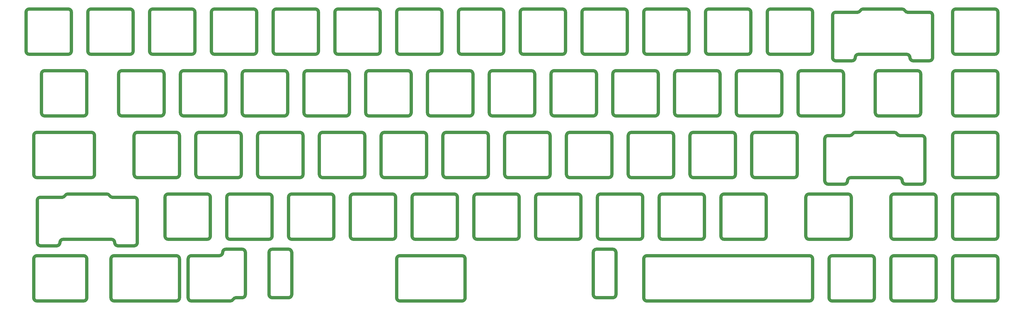
<source format=gbr>
%TF.GenerationSoftware,KiCad,Pcbnew,(5.1.9)-1*%
%TF.CreationDate,2021-02-08T20:19:01+01:00*%
%TF.ProjectId,P.02_ANSI,502e3032-5f41-44e5-9349-2e6b69636164,rev?*%
%TF.SameCoordinates,Original*%
%TF.FileFunction,Soldermask,Bot*%
%TF.FilePolarity,Negative*%
%FSLAX46Y46*%
G04 Gerber Fmt 4.6, Leading zero omitted, Abs format (unit mm)*
G04 Created by KiCad (PCBNEW (5.1.9)-1) date 2021-02-08 20:19:01*
%MOMM*%
%LPD*%
G01*
G04 APERTURE LIST*
%ADD10C,1.000000*%
G04 APERTURE END LIST*
D10*
X43933305Y-77530573D02*
G75*
G02*
X42933276Y-78530546I-1000001J28D01*
G01*
X30933669Y-64530195D02*
X42933676Y-64530538D01*
X57220094Y-102630968D02*
G75*
G02*
X58220066Y-103630996I-28J-1000000D01*
G01*
X30933269Y-78530203D02*
G75*
G02*
X29933297Y-77530173I29J1000001D01*
G01*
X42933676Y-64530537D02*
G75*
G02*
X43933648Y-65530567I-29J-1000001D01*
G01*
X45220088Y-102630624D02*
X57220094Y-102630967D01*
X42933276Y-78530546D02*
X30933269Y-78530202D01*
X43933648Y-65530567D02*
X43933305Y-77530574D01*
X29933297Y-77530173D02*
X29933640Y-65530167D01*
X44219716Y-115630602D02*
X44220059Y-103630596D01*
X44220059Y-103630595D02*
G75*
G02*
X45220088Y-102630624I1000000J-29D01*
G01*
X29933641Y-65530167D02*
G75*
G02*
X30933669Y-64530195I1000000J-28D01*
G01*
X-5652230Y-103129170D02*
G75*
G02*
X-6518270Y-103629145I-866011J500025D01*
G01*
X123895275Y-97582870D02*
X111895268Y-97582527D01*
X229663953Y-84585887D02*
X236369906Y-84586079D01*
X261922281Y-47486789D02*
X261921910Y-60486796D01*
X258539540Y-99586721D02*
X253539537Y-99586578D01*
X124895647Y-84582892D02*
X124895304Y-96582898D01*
X253921934Y-59486566D02*
G75*
G02*
X254921906Y-60486596I-29J-1000001D01*
G01*
X252484333Y-45486518D02*
G75*
G02*
X253350345Y-45986543I-28J-1000001D01*
G01*
X123895675Y-83582862D02*
G75*
G02*
X124895647Y-84582892I-29J-1000001D01*
G01*
X235663556Y-98586067D02*
G75*
G02*
X234663527Y-99586038I-1000000J29D01*
G01*
X237235947Y-84086104D02*
G75*
G02*
X236369906Y-84586079I-866012J500026D01*
G01*
X240484327Y-45486175D02*
X252484333Y-45486519D01*
X8945840Y-103629587D02*
X15651793Y-103629779D01*
X260922309Y-46486761D02*
G75*
G02*
X261922281Y-47486789I-28J-1000000D01*
G01*
X259539570Y-98586749D02*
G75*
G02*
X258539540Y-99586721I-1000001J29D01*
G01*
X238101987Y-83586128D02*
X250101993Y-83586471D01*
X232045866Y-61485943D02*
G75*
G02*
X231045893Y-60485914I28J1000001D01*
G01*
X255921878Y-61486626D02*
G75*
G02*
X254921906Y-60486596I29J1000001D01*
G01*
X251539594Y-97586519D02*
X236663585Y-97586094D01*
X251834015Y-84586520D02*
X258539969Y-84586713D01*
X232046294Y-46485935D02*
X238752246Y-46486126D01*
X231046265Y-47485906D02*
G75*
G02*
X232046294Y-46485935I1000000J-29D01*
G01*
X237045868Y-61486086D02*
X232045865Y-61485943D01*
X-14224251Y-104628925D02*
G75*
G02*
X-13224222Y-103628954I1000000J-29D01*
G01*
X8651417Y-116629586D02*
G75*
G02*
X9651390Y-117629615I-28J-1000001D01*
G01*
X-7224619Y-117629132D02*
G75*
G02*
X-8224648Y-118629105I-1000001J28D01*
G01*
X228663924Y-85585860D02*
G75*
G02*
X229663953Y-84585887I1000001J-28D01*
G01*
X15651364Y-118629787D02*
X10651362Y-118629644D01*
X-7224619Y-117629132D02*
G75*
G02*
X-6224590Y-116629161I1000000J-29D01*
G01*
X7213817Y-102629538D02*
G75*
G02*
X8079828Y-103129562I-28J-1000000D01*
G01*
X251834016Y-84586521D02*
G75*
G02*
X250968004Y-84086496I28J1000001D01*
G01*
X58219724Y-115631003D02*
G75*
G02*
X57219694Y-116630975I-1000001J29D01*
G01*
X124895303Y-96582898D02*
G75*
G02*
X123895275Y-97582870I-1000000J28D01*
G01*
X239618286Y-45986150D02*
G75*
G02*
X240484327Y-45486175I866012J-500026D01*
G01*
X45219687Y-116630631D02*
G75*
G02*
X44219716Y-115630602I29J1000000D01*
G01*
X239618286Y-45986151D02*
G75*
G02*
X238752246Y-46486126I-866011J500025D01*
G01*
X253921934Y-59486567D02*
X239045926Y-59486142D01*
X251539594Y-97586520D02*
G75*
G02*
X252539565Y-98586549I-29J-1000000D01*
G01*
X234663527Y-99586038D02*
X229663525Y-99585895D01*
X250101993Y-83586471D02*
G75*
G02*
X250968004Y-84086496I-29J-1000000D01*
G01*
X238045897Y-60486113D02*
G75*
G02*
X239045926Y-59486142I1000000J-29D01*
G01*
X260921881Y-61486768D02*
X255921878Y-61486625D01*
X57219694Y-116630975D02*
X45219688Y-116630631D01*
X58220066Y-103630996D02*
X58219723Y-115631003D01*
X259539941Y-85586742D02*
X259539569Y-98586749D01*
X231045893Y-60485914D02*
X231046265Y-47485907D01*
X237235947Y-84086103D02*
G75*
G02*
X238101987Y-83586128I866011J-500025D01*
G01*
X110895640Y-84582492D02*
G75*
G02*
X111895668Y-83582520I1000000J-28D01*
G01*
X254216356Y-46486568D02*
X260922309Y-46486760D01*
X111895668Y-83582520D02*
X123895675Y-83582863D01*
X238045897Y-60486113D02*
G75*
G02*
X237045868Y-61486086I-1000001J28D01*
G01*
X261921909Y-60486796D02*
G75*
G02*
X260921881Y-61486768I-1000000J28D01*
G01*
X235663556Y-98586067D02*
G75*
G02*
X236663585Y-97586094I1000001J-28D01*
G01*
X253539538Y-99586578D02*
G75*
G02*
X252539565Y-98586549I28J1000001D01*
G01*
X8651418Y-116629586D02*
X-6224590Y-116629161D01*
X16651765Y-104629808D02*
X16651394Y-117629815D01*
X258539969Y-84586712D02*
G75*
G02*
X259539941Y-85586742I-29J-1000001D01*
G01*
X228663553Y-98585866D02*
X228663924Y-85585859D01*
X-13224651Y-118628961D02*
G75*
G02*
X-14224623Y-117628933I28J1000000D01*
G01*
X254216355Y-46486567D02*
G75*
G02*
X253350345Y-45986543I29J999999D01*
G01*
X110895296Y-96582498D02*
X110895639Y-84582492D01*
X111895268Y-97582528D02*
G75*
G02*
X110895296Y-96582498I29J1000001D01*
G01*
X8945839Y-103629587D02*
G75*
G02*
X8079828Y-103129562I29J1000000D01*
G01*
X-5652230Y-103129169D02*
G75*
G02*
X-4786189Y-102629194I866012J-500026D01*
G01*
X269057853Y-97587021D02*
G75*
G02*
X268057881Y-96586991I29J1000001D01*
G01*
X281056770Y-135687384D02*
X269056764Y-135687041D01*
X249006782Y-134686467D02*
X249007125Y-122686461D01*
X10883629Y-65529622D02*
G75*
G02*
X11883659Y-64529650I1000001J-29D01*
G01*
X-4786189Y-102629194D02*
X7213817Y-102629537D01*
X48983307Y-77530718D02*
X48983650Y-65530711D01*
X40459218Y-45480457D02*
X52459226Y-45480800D01*
X269058253Y-83587013D02*
X281058260Y-83587356D01*
X249007125Y-122686460D02*
G75*
G02*
X250007154Y-121686489I1000000J-29D01*
G01*
X262007161Y-121686832D02*
G75*
G02*
X263007132Y-122686861I-29J-1000000D01*
G01*
X-13224222Y-103628954D02*
X-6518270Y-103629145D01*
X281057859Y-97587363D02*
X269057853Y-97587020D01*
X11883659Y-64529650D02*
X23883666Y-64529993D01*
X221433371Y-78535648D02*
G75*
G02*
X220433400Y-77535619I29J1000000D01*
G01*
X49983680Y-64530739D02*
X61983686Y-64531083D01*
X282057888Y-96587392D02*
G75*
G02*
X281057859Y-97587363I-1000000J29D01*
G01*
X250007154Y-121686489D02*
X262007160Y-121686832D01*
X263007132Y-122686861D02*
X263006789Y-134686867D01*
X16651393Y-117629816D02*
G75*
G02*
X15651364Y-118629787I-1000000J29D01*
G01*
X11883259Y-78529657D02*
G75*
G02*
X10883287Y-77529629I28J1000000D01*
G01*
X-8224648Y-118629105D02*
X-13224651Y-118628962D01*
X53458855Y-58480836D02*
G75*
G02*
X52458825Y-59480808I-1000001J29D01*
G01*
X-14224623Y-117628933D02*
X-14224251Y-104628926D01*
X23883665Y-64529994D02*
G75*
G02*
X24883637Y-65530022I-28J-1000000D01*
G01*
X48983650Y-65530711D02*
G75*
G02*
X49983680Y-64530739I1000001J-29D01*
G01*
X62983314Y-77531118D02*
G75*
G02*
X61983286Y-78531090I-1000000J28D01*
G01*
X39458846Y-58480435D02*
X39459189Y-46480429D01*
X268057881Y-96586991D02*
X268058224Y-84586985D01*
X250006753Y-135686496D02*
G75*
G02*
X249006782Y-134686467I29J1000000D01*
G01*
X52459225Y-45480801D02*
G75*
G02*
X53459197Y-46480829I-28J-1000000D01*
G01*
X24883637Y-65530022D02*
X24883294Y-77530029D01*
X234433751Y-65536013D02*
X234433407Y-77536020D01*
X49983279Y-78530748D02*
G75*
G02*
X48983307Y-77530718I29J1000001D01*
G01*
X234433408Y-77536020D02*
G75*
G02*
X233433378Y-78535992I-1000001J29D01*
G01*
X61983286Y-78531090D02*
X49983279Y-78530747D01*
X221433772Y-64535641D02*
X233433779Y-64535984D01*
X62983658Y-65531112D02*
X62983315Y-77531118D01*
X52458825Y-59480808D02*
X40458818Y-59480464D01*
X61983686Y-64531082D02*
G75*
G02*
X62983658Y-65531112I-29J-1000001D01*
G01*
X282058232Y-84587385D02*
X282057889Y-96587391D01*
X281057170Y-121687377D02*
G75*
G02*
X282057142Y-122687405I-28J-1000000D01*
G01*
X77558867Y-58481525D02*
X77559210Y-46481518D01*
X262006760Y-135686839D02*
X250006753Y-135686496D01*
X233433378Y-78535992D02*
X221433372Y-78535648D01*
X39459189Y-46480428D02*
G75*
G02*
X40459218Y-45480457I1000000J-29D01*
G01*
X281058260Y-83587355D02*
G75*
G02*
X282058232Y-84587385I-29J-1000001D01*
G01*
X268058225Y-84586985D02*
G75*
G02*
X269058253Y-83587013I1000000J-28D01*
G01*
X269056764Y-135687040D02*
G75*
G02*
X268056792Y-134687012I28J1000000D01*
G01*
X282057142Y-122687405D02*
X282056799Y-134687412D01*
X53459197Y-46480829D02*
X53458854Y-58480836D01*
X268056792Y-134687012D02*
X268057135Y-122687005D01*
X10883287Y-77529629D02*
X10883630Y-65529622D01*
X23883265Y-78530001D02*
X11883259Y-78529658D01*
X24883295Y-77530029D02*
G75*
G02*
X23883265Y-78530001I-1000001J29D01*
G01*
X220433744Y-65535613D02*
G75*
G02*
X221433772Y-64535641I1000000J-28D01*
G01*
X40458817Y-59480464D02*
G75*
G02*
X39458846Y-58480435I29J1000000D01*
G01*
X269057164Y-121687033D02*
X281057170Y-121687376D01*
X263006789Y-134686868D02*
G75*
G02*
X262006760Y-135686839I-1000000J29D01*
G01*
X268057134Y-122687005D02*
G75*
G02*
X269057164Y-121687033I1000001J-29D01*
G01*
X282056800Y-134687412D02*
G75*
G02*
X281056770Y-135687384I-1000001J29D01*
G01*
X10651361Y-118629644D02*
G75*
G02*
X9651390Y-117629615I29J1000000D01*
G01*
X220433400Y-77535619D02*
X220433743Y-65535613D01*
X15651793Y-103629780D02*
G75*
G02*
X16651765Y-104629808I-28J-1000000D01*
G01*
X233433778Y-64535984D02*
G75*
G02*
X234433751Y-65536013I-28J-1000001D01*
G01*
X-15310678Y-84578884D02*
G75*
G02*
X-14310650Y-83578912I1000000J-28D01*
G01*
X192858901Y-59484822D02*
G75*
G02*
X191858929Y-58484792I29J1000001D01*
G01*
X-15311022Y-96578890D02*
X-15310679Y-84578884D01*
X214383768Y-64535440D02*
G75*
G02*
X215383740Y-65535468I-28J-1000000D01*
G01*
X162995667Y-84583981D02*
X162995324Y-96583988D01*
X63269726Y-115631147D02*
X63270069Y-103631140D01*
X148995660Y-84583580D02*
G75*
G02*
X149995689Y-83583609I1000000J-29D01*
G01*
X85795655Y-83581774D02*
G75*
G02*
X86795626Y-84581803I-29J-1000000D01*
G01*
X192859301Y-45484814D02*
X204859308Y-45485157D01*
X204858908Y-59485164D02*
X192858901Y-59484821D01*
X201383390Y-77535075D02*
X201383733Y-65535068D01*
X205859280Y-46485186D02*
X205858937Y-58485192D01*
X204859308Y-45485156D02*
G75*
G02*
X205859280Y-46485186I-29J-1000001D01*
G01*
X33313287Y-121680294D02*
X41957041Y-121680541D01*
X3451489Y-96579427D02*
G75*
G02*
X2451459Y-97579399I-1000001J29D01*
G01*
X149995689Y-83583609D02*
X161995695Y-83583952D01*
X3451831Y-84579420D02*
X3451488Y-96579427D01*
X73795247Y-97581438D02*
G75*
G02*
X72795276Y-96581409I29J1000000D01*
G01*
X215383398Y-77535475D02*
G75*
G02*
X214383368Y-78535447I-1000001J29D01*
G01*
X148995317Y-96583587D02*
X148995660Y-84583581D01*
X202383362Y-78535103D02*
G75*
G02*
X201383390Y-77535075I28J1000000D01*
G01*
X2451459Y-97579399D02*
X-14311050Y-97578919D01*
X149995288Y-97583616D02*
G75*
G02*
X148995317Y-96583587I29J1000000D01*
G01*
X214383368Y-78535447D02*
X202383362Y-78535104D01*
X78558840Y-59481554D02*
G75*
G02*
X77558867Y-58481525I28J1000001D01*
G01*
X91559218Y-46481918D02*
X91558875Y-58481925D01*
X77559210Y-46481518D02*
G75*
G02*
X78559240Y-45481546I1000001J-29D01*
G01*
X81033696Y-64531628D02*
G75*
G02*
X82033668Y-65531656I-28J-1000000D01*
G01*
X68033318Y-77531263D02*
X68033661Y-65531256D01*
X76270104Y-102631510D02*
G75*
G02*
X77270077Y-103631541I-29J-1000002D01*
G01*
X191859273Y-46484786D02*
G75*
G02*
X192859301Y-45484814I1000000J-28D01*
G01*
X90558846Y-59481897D02*
X78558839Y-59481554D01*
X91558875Y-58481924D02*
G75*
G02*
X90558846Y-59481897I-1000001J28D01*
G01*
X90559246Y-45481890D02*
G75*
G02*
X91559218Y-46481918I-28J-1000000D01*
G01*
X82033326Y-77531663D02*
G75*
G02*
X81033296Y-78531635I-1000001J29D01*
G01*
X76269703Y-116631519D02*
X64269698Y-116631176D01*
X78559240Y-45481546D02*
X90559246Y-45481889D01*
X86795283Y-96581810D02*
G75*
G02*
X85795254Y-97581781I-1000000J29D01*
G01*
X69033290Y-78531291D02*
G75*
G02*
X68033318Y-77531263I28J1000000D01*
G01*
X81033296Y-78531635D02*
X69033290Y-78531292D01*
X2451860Y-83579391D02*
G75*
G02*
X3451831Y-84579420I-29J-1000000D01*
G01*
X162995325Y-96583988D02*
G75*
G02*
X161995295Y-97583960I-1000001J29D01*
G01*
X-14311050Y-97578920D02*
G75*
G02*
X-15311022Y-96578890I29J1000001D01*
G01*
X64270098Y-102631169D02*
X76270104Y-102631512D01*
X63270070Y-103631141D02*
G75*
G02*
X64270098Y-102631169I1000000J-28D01*
G01*
X161995695Y-83583953D02*
G75*
G02*
X162995667Y-84583981I-28J-1000000D01*
G01*
X86795626Y-84581803D02*
X86795283Y-96581809D01*
X201383732Y-65535068D02*
G75*
G02*
X202383762Y-64535096I1000001J-29D01*
G01*
X215383740Y-65535468D02*
X215383397Y-77535475D01*
X205858936Y-58485192D02*
G75*
G02*
X204858908Y-59485164I-1000000J28D01*
G01*
X72795276Y-96581409D02*
X72795619Y-84581402D01*
X85795254Y-97581781D02*
X73795248Y-97581438D01*
X73795648Y-83581431D02*
X85795654Y-83581774D01*
X182333379Y-77534530D02*
X182333722Y-65534524D01*
X33312886Y-135680301D02*
G75*
G02*
X32312915Y-134680272I29J1000000D01*
G01*
X68033660Y-65531256D02*
G75*
G02*
X69033690Y-64531284I1000001J-29D01*
G01*
X161995295Y-97583960D02*
X149995289Y-97583616D01*
X72795619Y-84581402D02*
G75*
G02*
X73795648Y-83581431I1000000J-29D01*
G01*
X64269697Y-116631176D02*
G75*
G02*
X63269726Y-115631147I29J1000000D01*
G01*
X202383762Y-64535096D02*
X214383768Y-64535439D01*
X191858929Y-58484792D02*
X191859272Y-46484786D01*
X82033668Y-65531656D02*
X82033325Y-77531663D01*
X69033690Y-64531284D02*
X81033696Y-64531627D01*
X-14310650Y-83578912D02*
X2451859Y-83579391D01*
X235813941Y-102636072D02*
G75*
G02*
X236813913Y-103636102I-29J-1000001D01*
G01*
X115658888Y-58482614D02*
X115659231Y-46482607D01*
X281059348Y-45487335D02*
G75*
G02*
X282059321Y-46487364I-28J-1000001D01*
G01*
X268059313Y-46486965D02*
G75*
G02*
X269059342Y-45486992I1000001J-28D01*
G01*
X16645617Y-83579797D02*
X28645623Y-83580140D01*
X222813906Y-103635702D02*
G75*
G02*
X223813934Y-102635730I1000000J-28D01*
G01*
X222813562Y-115635708D02*
X222813905Y-103635702D01*
X236813569Y-115636109D02*
G75*
G02*
X235813540Y-116636080I-1000000J29D01*
G01*
X172809261Y-46484241D02*
G75*
G02*
X173809291Y-45484269I1000001J-29D01*
G01*
X116659260Y-45482635D02*
X128659267Y-45482978D01*
X281058949Y-59487343D02*
X269058942Y-59487000D01*
X15645245Y-96579775D02*
X15645588Y-84579769D01*
X128658866Y-59482986D02*
X116658860Y-59482643D01*
X115659231Y-46482608D02*
G75*
G02*
X116659260Y-45482635I1000001J-28D01*
G01*
X28645223Y-97580147D02*
X16645217Y-97579804D01*
X268058970Y-58486971D02*
X268059313Y-46486964D01*
X140470139Y-102633347D02*
X152470146Y-102633690D01*
X129658896Y-58483014D02*
G75*
G02*
X128658866Y-59482986I-1000001J29D01*
G01*
X183333351Y-78534560D02*
G75*
G02*
X182333379Y-77534530I29J1000001D01*
G01*
X195333358Y-78534902D02*
X183333351Y-78534559D01*
X69519Y-121679343D02*
G75*
G02*
X1069491Y-122679373I-29J-1000001D01*
G01*
X196333386Y-77534930D02*
G75*
G02*
X195333358Y-78534902I-1000000J28D01*
G01*
X69119Y-135679351D02*
X-14312139Y-135678940D01*
X15645588Y-84579768D02*
G75*
G02*
X16645617Y-83579797I1000000J-29D01*
G01*
X236813913Y-103636102D02*
X236813570Y-115636108D01*
X46178933Y-135180669D02*
G75*
G02*
X45312893Y-135680644I-866011J500025D01*
G01*
X172808919Y-58484248D02*
X172809262Y-46484241D01*
X48957103Y-119680740D02*
G75*
G02*
X49957074Y-120680769I-29J-1000000D01*
G01*
X186809269Y-46484641D02*
X186808926Y-58484648D01*
X282059321Y-46487364D02*
X282058978Y-58487371D01*
X28645624Y-83580140D02*
G75*
G02*
X29645595Y-84580169I-29J-1000000D01*
G01*
X48956674Y-134680748D02*
X47044973Y-134680693D01*
X223813934Y-102635730D02*
X235813941Y-102636073D01*
X116658861Y-59482643D02*
G75*
G02*
X115658888Y-58482614I28J1000001D01*
G01*
X173809291Y-45484269D02*
X185809297Y-45484612D01*
X1069491Y-122679373D02*
X1069148Y-134679379D01*
X1069148Y-134679378D02*
G75*
G02*
X69119Y-135679351I-1000001J28D01*
G01*
X185808897Y-59484620D02*
X173808891Y-59484277D01*
X77269732Y-115631548D02*
G75*
G02*
X76269703Y-116631519I-1000000J29D01*
G01*
X16645216Y-97579804D02*
G75*
G02*
X15645245Y-96579775I29J1000000D01*
G01*
X196333730Y-65534924D02*
X196333387Y-77534930D01*
X235813540Y-116636080D02*
X223813534Y-116635737D01*
X185809297Y-45484613D02*
G75*
G02*
X186809269Y-46484641I-28J-1000000D01*
G01*
X46178932Y-135180668D02*
G75*
G02*
X47044973Y-134680693I866012J-500026D01*
G01*
X-14312139Y-135678939D02*
G75*
G02*
X-15312111Y-134678911I28J1000000D01*
G01*
X128659267Y-45482978D02*
G75*
G02*
X129659239Y-46483008I-29J-1000001D01*
G01*
X269058943Y-59487000D02*
G75*
G02*
X268058970Y-58486971I28J1000001D01*
G01*
X195333758Y-64534894D02*
G75*
G02*
X196333730Y-65534924I-29J-1000001D01*
G01*
X-15312111Y-134678911D02*
X-15311768Y-122678904D01*
X77270077Y-103631541D02*
X77269732Y-115631547D01*
X129659239Y-46483008D02*
X129658896Y-58483014D01*
X282058978Y-58487370D02*
G75*
G02*
X281058949Y-59487343I-1000001J28D01*
G01*
X29645252Y-96580176D02*
G75*
G02*
X28645223Y-97580147I-1000000J29D01*
G01*
X29645595Y-84580169D02*
X29645252Y-96580175D01*
X45312893Y-135680644D02*
X33312887Y-135680301D01*
X183333752Y-64534552D02*
X195333758Y-64534895D01*
X182333723Y-65534523D02*
G75*
G02*
X183333752Y-64534552I1000000J-29D01*
G01*
X269059342Y-45486992D02*
X281059349Y-45487335D01*
X-14311739Y-121678932D02*
X69519Y-121679343D01*
X-15311768Y-122678905D02*
G75*
G02*
X-14311739Y-121678932I1000001J-28D01*
G01*
X223813534Y-116635738D02*
G75*
G02*
X222813562Y-115635708I29J1000001D01*
G01*
X42957070Y-120680569D02*
G75*
G02*
X43957100Y-119680597I1000001J-29D01*
G01*
X173808891Y-59484276D02*
G75*
G02*
X172808919Y-58484248I28J1000000D01*
G01*
X186808927Y-58484648D02*
G75*
G02*
X185808897Y-59484620I-1000001J29D01*
G01*
X268057336Y-115637001D02*
X268057679Y-103636995D01*
X71508836Y-59481352D02*
X59508829Y-59481009D01*
X154758880Y-59483732D02*
G75*
G02*
X153758909Y-58483703I29J1000000D01*
G01*
X121420129Y-102632802D02*
X133420135Y-102633145D01*
X59509229Y-45481002D02*
X71509236Y-45481345D01*
X72508864Y-58481380D02*
G75*
G02*
X71508836Y-59481352I-1000000J28D01*
G01*
X58508857Y-58480980D02*
X58509200Y-46480973D01*
X121419729Y-116632809D02*
G75*
G02*
X120419757Y-115632781I28J1000000D01*
G01*
X97607071Y-121682132D02*
X116750832Y-121682679D01*
X116750432Y-135682687D02*
X97606671Y-135682139D01*
X96606699Y-134682110D02*
X96607042Y-122682104D01*
X117750461Y-134682714D02*
G75*
G02*
X116750432Y-135682687I-1000001J28D01*
G01*
X15359177Y-46479740D02*
X15358834Y-58479746D01*
X14359205Y-45479710D02*
G75*
G02*
X15359177Y-46479740I-29J-1000001D01*
G01*
X120420099Y-103632774D02*
G75*
G02*
X121420129Y-102632802I1000001J-29D01*
G01*
X166759288Y-45484068D02*
G75*
G02*
X167759259Y-46484097I-29J-1000000D01*
G01*
X153758909Y-58483703D02*
X153759252Y-46483696D01*
X15358833Y-58479746D02*
G75*
G02*
X14358805Y-59479718I-1000000J28D01*
G01*
X139470111Y-103633319D02*
G75*
G02*
X140470139Y-102633347I1000000J-28D01*
G01*
X139469767Y-115633325D02*
X139470110Y-103633319D01*
X140469739Y-116633355D02*
G75*
G02*
X139469767Y-115633325I29J1000001D01*
G01*
X152469745Y-116633698D02*
X140469739Y-116633354D01*
X153469775Y-115633726D02*
G75*
G02*
X152469745Y-116633698I-1000001J29D01*
G01*
X58509201Y-46480974D02*
G75*
G02*
X59509229Y-45481002I1000000J-28D01*
G01*
X152470145Y-102633690D02*
G75*
G02*
X153470118Y-103633719I-28J-1000001D01*
G01*
X32312915Y-134680272D02*
X32313258Y-122680266D01*
X97606671Y-135682140D02*
G75*
G02*
X96606699Y-134682110I29J1000001D01*
G01*
X166758887Y-59484075D02*
X154758881Y-59483732D01*
X71509236Y-45481344D02*
G75*
G02*
X72509208Y-46481374I-29J-1000001D01*
G01*
X134419765Y-115633181D02*
G75*
G02*
X133419735Y-116633153I-1000001J29D01*
G01*
X167759259Y-46484097D02*
X167758916Y-58484103D01*
X116750831Y-121682679D02*
G75*
G02*
X117750804Y-122682708I-28J-1000001D01*
G01*
X153470118Y-103633719D02*
X153469775Y-115633726D01*
X42957071Y-120680569D02*
G75*
G02*
X41957041Y-121680541I-1000001J29D01*
G01*
X43957100Y-119680597D02*
X48957102Y-119680740D01*
X154759281Y-45483725D02*
X166759287Y-45484068D01*
X96607043Y-122682104D02*
G75*
G02*
X97607071Y-121682132I1000000J-28D01*
G01*
X269057308Y-116637031D02*
G75*
G02*
X268057336Y-115637001I29J1000001D01*
G01*
X72509208Y-46481374D02*
X72508865Y-58481380D01*
X134420107Y-103633174D02*
X134419764Y-115633181D01*
X49956702Y-133680776D02*
G75*
G02*
X48956674Y-134680748I-1000000J28D01*
G01*
X32313258Y-122680265D02*
G75*
G02*
X33313287Y-121680294I1000000J-29D01*
G01*
X49957074Y-120680769D02*
X49956703Y-133680776D01*
X115369753Y-115632636D02*
G75*
G02*
X114369725Y-116632608I-1000000J28D01*
G01*
X282057344Y-115637401D02*
G75*
G02*
X281057315Y-116637374I-1000001J28D01*
G01*
X101370090Y-103632229D02*
G75*
G02*
X102370119Y-102632258I1000000J-29D01*
G01*
X120419757Y-115632781D02*
X120420100Y-103632774D01*
X153759252Y-46483696D02*
G75*
G02*
X154759281Y-45483725I1000000J-29D01*
G01*
X117750804Y-122682708D02*
X117750461Y-134682715D01*
X115370097Y-103632630D02*
X115369754Y-115632636D01*
X59508829Y-59481010D02*
G75*
G02*
X58508857Y-58480980I29J1000001D01*
G01*
X133419735Y-116633153D02*
X121419729Y-116632810D01*
X114370126Y-102632601D02*
G75*
G02*
X115370097Y-103632630I-29J-1000000D01*
G01*
X102370119Y-102632258D02*
X114370125Y-102632601D01*
X167758916Y-58484104D02*
G75*
G02*
X166758887Y-59484075I-1000000J29D01*
G01*
X101369746Y-115632236D02*
X101370090Y-103632230D01*
X102369718Y-116632266D02*
G75*
G02*
X101369746Y-115632236I29J1000001D01*
G01*
X133420135Y-102633146D02*
G75*
G02*
X134420107Y-103633174I-28J-1000000D01*
G01*
X268057679Y-103636995D02*
G75*
G02*
X269057709Y-102637023I1000001J-29D01*
G01*
X114369725Y-116632608D02*
X102369718Y-116632265D01*
X281057315Y-116637374D02*
X269057308Y-116637031D01*
X282057687Y-103637395D02*
X282057344Y-115637402D01*
X281057714Y-102637366D02*
G75*
G02*
X282057687Y-103637395I-28J-1000001D01*
G01*
X269057709Y-102637023D02*
X281057715Y-102637366D01*
X158519777Y-115633870D02*
X158520120Y-103633863D01*
X163257165Y-119684008D02*
G75*
G02*
X164257136Y-120684037I-29J-1000000D01*
G01*
X164256764Y-133684044D02*
X164257136Y-120684037D01*
X164256765Y-133684044D02*
G75*
G02*
X163256735Y-134684016I-1000001J29D01*
G01*
X158520121Y-103633863D02*
G75*
G02*
X159520150Y-102633892I1000000J-29D01*
G01*
X2359199Y-45479368D02*
X14359205Y-45479711D01*
X157257133Y-120683837D02*
G75*
G02*
X158257161Y-119683865I1000000J-28D01*
G01*
X158256733Y-134683872D02*
G75*
G02*
X157256761Y-133683844I28J1000000D01*
G01*
X1359170Y-46479339D02*
G75*
G02*
X2359199Y-45479368I1000000J-29D01*
G01*
X171519756Y-116634242D02*
X159519749Y-116633899D01*
X157257132Y-120683837D02*
X157256761Y-133683844D01*
X1358826Y-58479346D02*
X1359169Y-46479340D01*
X2358798Y-59479376D02*
G75*
G02*
X1358826Y-58479346I29J1000001D01*
G01*
X14358805Y-59479718D02*
X2358798Y-59479375D01*
X83320108Y-102631713D02*
X95320115Y-102632056D01*
X82320079Y-103631686D02*
G75*
G02*
X83320108Y-102631713I1000001J-28D01*
G01*
X82319736Y-115631692D02*
X82320079Y-103631685D01*
X158256733Y-134683873D02*
X163256735Y-134684016D01*
X83319709Y-116631721D02*
G75*
G02*
X82319736Y-115631692I28J1000001D01*
G01*
X95319715Y-116632064D02*
X83319708Y-116631721D01*
X96319744Y-115632091D02*
G75*
G02*
X95319715Y-116632064I-1000001J28D01*
G01*
X171520156Y-102634234D02*
G75*
G02*
X172520128Y-103634264I-29J-1000001D01*
G01*
X159519749Y-116633900D02*
G75*
G02*
X158519777Y-115633870I29J1000001D01*
G01*
X96320087Y-103632085D02*
X96319744Y-115632092D01*
X159520150Y-102633892D02*
X171520156Y-102634235D01*
X163257164Y-119684008D02*
X158257161Y-119683865D01*
X95320114Y-102632056D02*
G75*
G02*
X96320087Y-103632085I-28J-1000001D01*
G01*
X172519784Y-115634270D02*
G75*
G02*
X171519756Y-116634242I-1000000J28D01*
G01*
X172520128Y-103634264D02*
X172519785Y-115634270D01*
X250007698Y-102636478D02*
X262007705Y-102636821D01*
X196620141Y-103634952D02*
G75*
G02*
X197620170Y-102634981I1000000J-29D01*
G01*
X224907112Y-122685772D02*
X224906769Y-134685778D01*
X158233366Y-77533842D02*
G75*
G02*
X157233337Y-78533813I-1000000J29D01*
G01*
X145233731Y-64533463D02*
X157233737Y-64533806D01*
X263007677Y-103636851D02*
X263007334Y-115636857D01*
X197620170Y-102634981D02*
X209620177Y-102635324D01*
X209619776Y-116635331D02*
X197619770Y-116634988D01*
X282058776Y-65537375D02*
X282058433Y-77537381D01*
X223906739Y-135685750D02*
X173806712Y-135684318D01*
X144233359Y-77533441D02*
X144233702Y-65533434D01*
X173807113Y-121684310D02*
X223907140Y-121685743D01*
X223908918Y-59485709D02*
X211908911Y-59485366D01*
X224906768Y-134685779D02*
G75*
G02*
X223906739Y-135685750I-1000000J29D01*
G01*
X211909312Y-45485358D02*
X223909318Y-45485701D01*
X158233709Y-65533835D02*
X158233366Y-77533841D01*
X-11929254Y-78528978D02*
G75*
G02*
X-12929226Y-77528948I29J1000001D01*
G01*
X88083700Y-64531829D02*
X100083707Y-64532172D01*
X101083335Y-77532208D02*
G75*
G02*
X100083306Y-78532179I-1000000J29D01*
G01*
X268058426Y-77536981D02*
X268058769Y-65536974D01*
X210619805Y-115635360D02*
G75*
G02*
X209619776Y-116635331I-1000000J29D01*
G01*
X144233702Y-65533434D02*
G75*
G02*
X145233731Y-64533463I1000000J-29D01*
G01*
X250007299Y-116636486D02*
G75*
G02*
X249007326Y-115636457I28J1000001D01*
G01*
X262007305Y-116636829D02*
X250007298Y-116636486D01*
X209620177Y-102635324D02*
G75*
G02*
X210620148Y-103635353I-29J-1000000D01*
G01*
X281058805Y-64537346D02*
G75*
G02*
X282058776Y-65537375I-29J-1000000D01*
G01*
X172806740Y-134684289D02*
X172807083Y-122684282D01*
X223909318Y-45485701D02*
G75*
G02*
X224909290Y-46485731I-29J-1000001D01*
G01*
X263007334Y-115636856D02*
G75*
G02*
X262007305Y-116636829I-1000001J28D01*
G01*
X282058434Y-77537381D02*
G75*
G02*
X281058404Y-78537353I-1000001J29D01*
G01*
X223907140Y-121685742D02*
G75*
G02*
X224907112Y-122685772I-29J-1000001D01*
G01*
X197619769Y-116634988D02*
G75*
G02*
X196619798Y-115634959I29J1000000D01*
G01*
X281058404Y-78537353D02*
X269058398Y-78537010D01*
X268058768Y-65536974D02*
G75*
G02*
X269058798Y-64537002I1000001J-29D01*
G01*
X211908912Y-59485366D02*
G75*
G02*
X210908939Y-58485337I28J1000001D01*
G01*
X145233330Y-78533470D02*
G75*
G02*
X144233359Y-77533441I29J1000000D01*
G01*
X269058398Y-78537009D02*
G75*
G02*
X268058426Y-77536981I28J1000000D01*
G01*
X249007326Y-115636457D02*
X249007669Y-103636450D01*
X101083679Y-65532201D02*
X101083336Y-77532207D01*
X87083328Y-77531807D02*
X87083671Y-65531801D01*
X210908939Y-58485337D02*
X210909282Y-46485330D01*
X157233738Y-64533806D02*
G75*
G02*
X158233709Y-65533835I-29J-1000000D01*
G01*
X100083707Y-64532171D02*
G75*
G02*
X101083679Y-65532201I-29J-1000001D01*
G01*
X87083672Y-65531801D02*
G75*
G02*
X88083700Y-64531829I1000000J-28D01*
G01*
X249007669Y-103636451D02*
G75*
G02*
X250007698Y-102636478I1000001J-28D01*
G01*
X173806713Y-135684318D02*
G75*
G02*
X172806740Y-134684289I28J1000001D01*
G01*
X210909282Y-46485330D02*
G75*
G02*
X211909312Y-45485358I1000001J-29D01*
G01*
X224908947Y-58485736D02*
G75*
G02*
X223908918Y-59485709I-1000001J28D01*
G01*
X224909290Y-46485731D02*
X224908947Y-58485737D01*
X88083300Y-78531837D02*
G75*
G02*
X87083328Y-77531807I29J1000001D01*
G01*
X196619798Y-115634959D02*
X196620141Y-103634953D01*
X157233337Y-78533813D02*
X145233331Y-78533470D01*
X100083306Y-78532179D02*
X88083300Y-78531836D01*
X262007705Y-102636821D02*
G75*
G02*
X263007677Y-103636851I-29J-1000001D01*
G01*
X210620148Y-103635353D02*
X210619805Y-115635359D01*
X269058798Y-64537002D02*
X281058804Y-64537345D01*
X172807083Y-122684282D02*
G75*
G02*
X173807113Y-121684310I1000001J-29D01*
G01*
X129945649Y-84583036D02*
G75*
G02*
X130945679Y-83583064I1000001J-29D01*
G01*
X178569760Y-116634443D02*
G75*
G02*
X177569788Y-115634415I28J1000000D01*
G01*
X178570160Y-102634436D02*
X190570166Y-102634779D01*
X147709276Y-45483523D02*
G75*
G02*
X148709249Y-46483552I-28J-1000001D01*
G01*
X142945686Y-83583408D02*
G75*
G02*
X143945657Y-84583437I-29J-1000000D01*
G01*
X190570166Y-102634780D02*
G75*
G02*
X191570138Y-103634808I-28J-1000000D01*
G01*
X190569766Y-116634787D02*
X178569760Y-116634444D01*
X129945306Y-96583043D02*
X129945650Y-84583036D01*
X135709270Y-45483180D02*
X147709277Y-45483523D01*
X130945679Y-83583064D02*
X142945685Y-83583407D01*
X147708877Y-59483531D02*
X135708870Y-59483187D01*
X142945285Y-97583415D02*
X130945278Y-97583072D01*
X191570138Y-103634808D02*
X191569795Y-115634815D01*
X148709249Y-46483552D02*
X148708906Y-58483559D01*
X134708898Y-58483158D02*
X134709241Y-46483152D01*
X177569788Y-115634415D02*
X177570131Y-103634408D01*
X148708906Y-58483558D02*
G75*
G02*
X147708877Y-59483531I-1000001J28D01*
G01*
X143945657Y-84583437D02*
X143945314Y-96583443D01*
X130945279Y-97583072D02*
G75*
G02*
X129945306Y-96583043I28J1000001D01*
G01*
X177570130Y-103634408D02*
G75*
G02*
X178570160Y-102634436I1000001J-29D01*
G01*
X191569796Y-115634815D02*
G75*
G02*
X190569766Y-116634787I-1000001J29D01*
G01*
X134709242Y-46483152D02*
G75*
G02*
X135709270Y-45483180I1000000J-28D01*
G01*
X135708870Y-59483188D02*
G75*
G02*
X134708898Y-58483158I29J1000001D01*
G01*
X53745265Y-96580864D02*
X53745608Y-84580858D01*
X1070781Y-77529349D02*
G75*
G02*
X70752Y-78529320I-1000000J29D01*
G01*
X9500774Y-121679613D02*
X28644534Y-121680160D01*
X107133710Y-64532373D02*
X119133717Y-64532716D01*
X66745244Y-97581237D02*
X54745237Y-97580893D01*
X28644534Y-121680161D02*
G75*
G02*
X29644506Y-122680189I-28J-1000000D01*
G01*
X8500402Y-134679591D02*
X8500745Y-122679585D01*
X29644506Y-122680189D02*
X29644163Y-134680196D01*
X110608884Y-58482470D02*
G75*
G02*
X109608855Y-59482441I-1000000J29D01*
G01*
X1071125Y-65529342D02*
X1070782Y-77529348D01*
X107133311Y-78532381D02*
G75*
G02*
X106133338Y-77532352I28J1000001D01*
G01*
X164283342Y-78534015D02*
G75*
G02*
X163283369Y-77533986I28J1000001D01*
G01*
X97608849Y-59482098D02*
G75*
G02*
X96608878Y-58482069I29J1000000D01*
G01*
X109608855Y-59482441D02*
X97608850Y-59482098D01*
X168045327Y-96584132D02*
X168045670Y-84584125D01*
X29644164Y-134680196D02*
G75*
G02*
X28644134Y-135680168I-1000001J29D01*
G01*
X-4691206Y-59479174D02*
X-16691212Y-59478831D01*
X176283747Y-64534350D02*
G75*
G02*
X177283720Y-65534379I-28J-1000001D01*
G01*
X96609221Y-46482062D02*
G75*
G02*
X97609250Y-45482091I1000000J-29D01*
G01*
X143945315Y-96583443D02*
G75*
G02*
X142945285Y-97583415I-1000001J29D01*
G01*
X109609256Y-45482434D02*
G75*
G02*
X110609227Y-46482463I-29J-1000000D01*
G01*
X169045699Y-83584154D02*
X181045706Y-83584497D01*
X177283377Y-77534385D02*
G75*
G02*
X176283348Y-78534358I-1000001J28D01*
G01*
X97609250Y-45482091D02*
X109609255Y-45482434D01*
X168045671Y-84584126D02*
G75*
G02*
X169045699Y-83584154I1000000J-28D01*
G01*
X169045299Y-97584162D02*
G75*
G02*
X168045327Y-96584132I29J1000001D01*
G01*
X181045305Y-97584504D02*
X169045299Y-97584161D01*
X182045334Y-96584533D02*
G75*
G02*
X181045305Y-97584504I-1000000J29D01*
G01*
X182045678Y-84584526D02*
X182045335Y-96584532D01*
X181045706Y-83584496D02*
G75*
G02*
X182045678Y-84584526I-29J-1000001D01*
G01*
X110609227Y-46482463D02*
X110608884Y-58482469D01*
X-16691211Y-59478831D02*
G75*
G02*
X-17691184Y-58478802I28J1000001D01*
G01*
X-17690841Y-46478796D02*
G75*
G02*
X-16690812Y-45478823I1000001J-28D01*
G01*
X-17691184Y-58478802D02*
X-17690841Y-46478795D01*
X-11928854Y-64528970D02*
X71153Y-64529313D01*
X-12929226Y-77528948D02*
X-12928883Y-65528941D01*
X-3691176Y-58479202D02*
G75*
G02*
X-4691206Y-59479174I-1000001J29D01*
G01*
X163283712Y-65533980D02*
G75*
G02*
X164283741Y-64534007I1000001J-28D01*
G01*
X9500373Y-135679620D02*
G75*
G02*
X8500402Y-134679591I29J1000000D01*
G01*
X176283348Y-78534358D02*
X164283341Y-78534015D01*
X-3690834Y-46479195D02*
X-3691176Y-58479202D01*
X-4690806Y-45479167D02*
G75*
G02*
X-3690834Y-46479195I-28J-1000000D01*
G01*
X-16690812Y-45478823D02*
X-4690805Y-45479167D01*
X67745616Y-84581258D02*
X67745273Y-96581265D01*
X54745237Y-97580894D02*
G75*
G02*
X53745265Y-96580864I29J1000001D01*
G01*
X28644134Y-135680168D02*
X9500374Y-135679621D01*
X163283369Y-77533986D02*
X163283712Y-65533979D01*
X106133338Y-77532352D02*
X106133681Y-65532345D01*
X96608878Y-58482069D02*
X96609221Y-46482063D01*
X71153Y-64529312D02*
G75*
G02*
X1071125Y-65529342I-29J-1000001D01*
G01*
X120133689Y-65532745D02*
X120133346Y-77532752D01*
X164283741Y-64534007D02*
X176283748Y-64534350D01*
X119133317Y-78532724D02*
X107133310Y-78532381D01*
X67745273Y-96581264D02*
G75*
G02*
X66745244Y-97581237I-1000001J28D01*
G01*
X-12928882Y-65528942D02*
G75*
G02*
X-11928854Y-64528970I1000000J-28D01*
G01*
X8500744Y-122679585D02*
G75*
G02*
X9500774Y-121679613I1000001J-29D01*
G01*
X177283720Y-65534379D02*
X177283377Y-77534386D01*
X120133346Y-77532751D02*
G75*
G02*
X119133317Y-78532724I-1000001J28D01*
G01*
X119133716Y-64532716D02*
G75*
G02*
X120133689Y-65532745I-28J-1000001D01*
G01*
X106133681Y-65532346D02*
G75*
G02*
X107133710Y-64532373I1000001J-28D01*
G01*
X70752Y-78529320D02*
X-11929254Y-78528977D01*
X66745643Y-83581229D02*
G75*
G02*
X67745616Y-84581258I-28J-1000001D01*
G01*
X54745638Y-83580886D02*
X66745644Y-83581229D01*
X53745609Y-84580857D02*
G75*
G02*
X54745638Y-83580886I1000000J-29D01*
G01*
X139183357Y-77533297D02*
G75*
G02*
X138183327Y-78533269I-1000001J29D01*
G01*
X34695598Y-84580314D02*
G75*
G02*
X35695627Y-83580341I1000001J-28D01*
G01*
X39170056Y-103630451D02*
X39169713Y-115630458D01*
X48695263Y-96580719D02*
G75*
G02*
X47695234Y-97580692I-1000001J28D01*
G01*
X207145720Y-83585243D02*
X219145726Y-83585586D01*
X26170078Y-102630079D02*
X38170084Y-102630422D01*
X126183320Y-78532925D02*
G75*
G02*
X125183349Y-77532896I29J1000000D01*
G01*
X138183327Y-78533269D02*
X126183320Y-78532925D01*
X138183727Y-64533262D02*
G75*
G02*
X139183699Y-65533290I-28J-1000000D01*
G01*
X126183721Y-64532918D02*
X138183727Y-64533261D01*
X25169705Y-115630058D02*
X25170048Y-103630051D01*
X38170083Y-102630422D02*
G75*
G02*
X39170056Y-103630451I-28J-1000001D01*
G01*
X206145691Y-84585214D02*
G75*
G02*
X207145720Y-83585243I1000000J-29D01*
G01*
X245245883Y-78536329D02*
G75*
G02*
X244245912Y-77536300I29J1000000D01*
G01*
X220145355Y-96585622D02*
G75*
G02*
X219145326Y-97585593I-1000000J29D01*
G01*
X220145698Y-84585615D02*
X220145355Y-96585621D01*
X206145348Y-96585221D02*
X206145691Y-84585215D01*
X244246255Y-65536293D02*
G75*
G02*
X245246284Y-64536322I1000000J-29D01*
G01*
X257246292Y-64536665D02*
G75*
G02*
X258246263Y-65536694I-29J-1000000D01*
G01*
X39169713Y-115630457D02*
G75*
G02*
X38169684Y-116630430I-1000001J28D01*
G01*
X48695606Y-84580714D02*
X48695263Y-96580720D01*
X139183699Y-65533290D02*
X139183356Y-77533297D01*
X219145326Y-97585593D02*
X207145320Y-97585250D01*
X47695234Y-97580692D02*
X35695227Y-97580349D01*
X258245920Y-77536701D02*
G75*
G02*
X257245891Y-78536672I-1000000J29D01*
G01*
X35695627Y-83580341D02*
X47695634Y-83580684D01*
X25170048Y-103630051D02*
G75*
G02*
X26170078Y-102630079I1000001J-29D01*
G01*
X35695228Y-97580349D02*
G75*
G02*
X34695255Y-96580320I28J1000001D01*
G01*
X244245912Y-77536300D02*
X244246255Y-65536294D01*
X257245891Y-78536672D02*
X245245884Y-78536329D01*
X34695255Y-96580320D02*
X34695598Y-84580313D01*
X125183349Y-77532896D02*
X125183692Y-65532890D01*
X219145727Y-83585586D02*
G75*
G02*
X220145698Y-84585615I-29J-1000000D01*
G01*
X207145319Y-97585250D02*
G75*
G02*
X206145348Y-96585221I29J1000000D01*
G01*
X125183692Y-65532889D02*
G75*
G02*
X126183721Y-64532918I1000000J-29D01*
G01*
X26169678Y-116630087D02*
G75*
G02*
X25169705Y-115630058I28J1000001D01*
G01*
X38169684Y-116630430D02*
X26169677Y-116630087D01*
X258246263Y-65536694D02*
X258245920Y-77536700D01*
X47695634Y-83580684D02*
G75*
G02*
X48695606Y-84580714I-29J-1000001D01*
G01*
X245246284Y-64536322D02*
X257246291Y-64536665D01*
X200095316Y-97585049D02*
X188095309Y-97584706D01*
X34408845Y-58480291D02*
G75*
G02*
X33408815Y-59480263I-1000001J29D01*
G01*
X20408837Y-58479891D02*
X20409180Y-46479884D01*
X187095680Y-84584670D02*
G75*
G02*
X188095710Y-83584698I1000001J-29D01*
G01*
X20409179Y-46479884D02*
G75*
G02*
X21409209Y-45479912I1000001J-29D01*
G01*
X33409215Y-45480256D02*
G75*
G02*
X34409187Y-46480284I-28J-1000000D01*
G01*
X201095345Y-96585076D02*
G75*
G02*
X200095316Y-97585049I-1000001J28D01*
G01*
X230957143Y-121685944D02*
X242957150Y-121686287D01*
X201095688Y-84585070D02*
X201095345Y-96585077D01*
X21409209Y-45479912D02*
X33409215Y-45480255D01*
X243956779Y-134686322D02*
G75*
G02*
X242956750Y-135686295I-1000001J28D01*
G01*
X229957114Y-122685917D02*
G75*
G02*
X230957143Y-121685944I1000001J-28D01*
G01*
X188095310Y-97584706D02*
G75*
G02*
X187095337Y-96584677I28J1000001D01*
G01*
X229663524Y-99585895D02*
G75*
G02*
X228663553Y-98585866I29J1000000D01*
G01*
X230956743Y-135685952D02*
G75*
G02*
X229956771Y-134685922I29J1000001D01*
G01*
X242956750Y-135686295D02*
X230956743Y-135685952D01*
X243957122Y-122686316D02*
X243956779Y-134686323D01*
X242957149Y-121686287D02*
G75*
G02*
X243957122Y-122686316I-28J-1000001D01*
G01*
X200095715Y-83585041D02*
G75*
G02*
X201095688Y-84585070I-28J-1000001D01*
G01*
X229956771Y-134685922D02*
X229957114Y-122685916D01*
X188095710Y-83584698D02*
X200095716Y-83585041D01*
X187095337Y-96584677D02*
X187095680Y-84584670D01*
X33408815Y-59480263D02*
X21408809Y-59479920D01*
X21408809Y-59479919D02*
G75*
G02*
X20408837Y-58479891I28J1000000D01*
G01*
X34409187Y-46480284D02*
X34408844Y-58480291D01*
X105845294Y-96582354D02*
G75*
G02*
X104845264Y-97582326I-1000001J29D01*
G01*
X104845664Y-83582318D02*
G75*
G02*
X105845637Y-84582347I-28J-1000001D01*
G01*
X105845637Y-84582347D02*
X105845293Y-96582354D01*
X104845264Y-97582326D02*
X92845258Y-97581983D01*
X92845658Y-83581975D02*
X104845665Y-83582318D01*
X92845258Y-97581982D02*
G75*
G02*
X91845286Y-96581954I28J1000000D01*
G01*
X91845629Y-84581948D02*
G75*
G02*
X92845658Y-83581975I1000001J-28D01*
G01*
X91845286Y-96581954D02*
X91845629Y-84581947D01*
X64250461Y-133681185D02*
G75*
G02*
X63250431Y-134681157I-1000001J29D01*
G01*
X64250832Y-120681178D02*
X64250460Y-133681185D01*
X63250861Y-119681149D02*
G75*
G02*
X64250832Y-120681178I-29J-1000000D01*
G01*
X57250457Y-133680985D02*
X57250828Y-120680978D01*
X58250857Y-119681006D02*
X63250860Y-119681149D01*
X63250431Y-134681157D02*
X58250429Y-134681014D01*
X57250829Y-120680978D02*
G75*
G02*
X58250857Y-119681006I1000000J-28D01*
G01*
X58250429Y-134681013D02*
G75*
G02*
X57250457Y-133680985I28J1000000D01*
G01*
M02*

</source>
